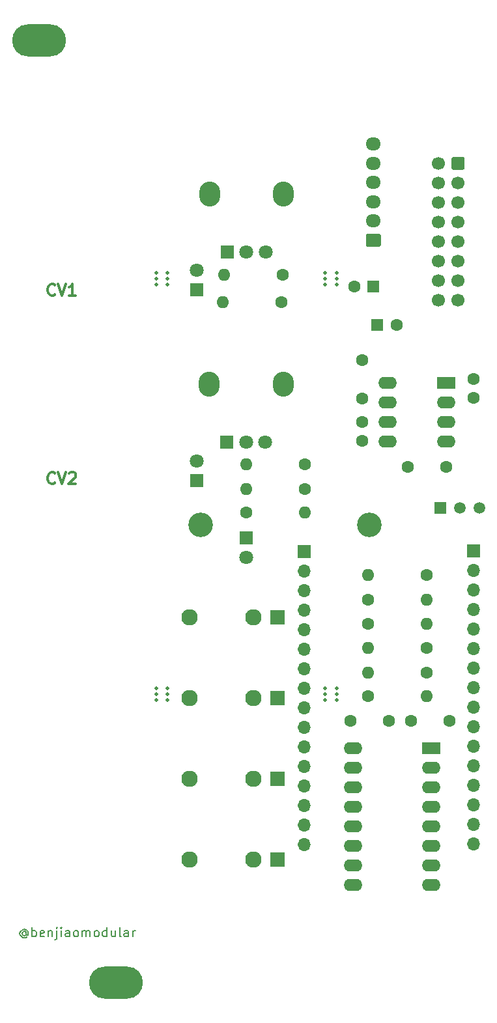
<source format=gbr>
%TF.GenerationSoftware,KiCad,Pcbnew,5.1.9+dfsg1-1~bpo10+1*%
%TF.CreationDate,2021-12-12T16:05:26+08:00*%
%TF.ProjectId,MiniVCA 1.0,4d696e69-5643-4412-9031-2e302e6b6963,rev?*%
%TF.SameCoordinates,Original*%
%TF.FileFunction,Soldermask,Top*%
%TF.FilePolarity,Negative*%
%FSLAX46Y46*%
G04 Gerber Fmt 4.6, Leading zero omitted, Abs format (unit mm)*
G04 Created by KiCad (PCBNEW 5.1.9+dfsg1-1~bpo10+1) date 2021-12-12 16:05:26*
%MOMM*%
%LPD*%
G01*
G04 APERTURE LIST*
%ADD10C,0.300000*%
%ADD11C,0.200000*%
%ADD12O,7.000000X4.200000*%
%ADD13C,0.500000*%
%ADD14O,1.600000X1.600000*%
%ADD15C,1.600000*%
%ADD16R,2.400000X1.600000*%
%ADD17O,2.400000X1.600000*%
%ADD18C,3.200000*%
%ADD19R,1.500000X1.500000*%
%ADD20C,1.500000*%
%ADD21R,1.600000X1.600000*%
%ADD22R,1.800000X1.800000*%
%ADD23C,1.800000*%
%ADD24R,1.830000X1.930000*%
%ADD25C,2.130000*%
%ADD26O,1.950000X1.700000*%
%ADD27C,1.700000*%
%ADD28O,2.720000X3.240000*%
%ADD29R,1.700000X1.700000*%
%ADD30O,1.700000X1.700000*%
G04 APERTURE END LIST*
D10*
X57107142Y-100535714D02*
X57035714Y-100607142D01*
X56821428Y-100678571D01*
X56678571Y-100678571D01*
X56464285Y-100607142D01*
X56321428Y-100464285D01*
X56250000Y-100321428D01*
X56178571Y-100035714D01*
X56178571Y-99821428D01*
X56250000Y-99535714D01*
X56321428Y-99392857D01*
X56464285Y-99250000D01*
X56678571Y-99178571D01*
X56821428Y-99178571D01*
X57035714Y-99250000D01*
X57107142Y-99321428D01*
X57535714Y-99178571D02*
X58035714Y-100678571D01*
X58535714Y-99178571D01*
X58964285Y-99321428D02*
X59035714Y-99250000D01*
X59178571Y-99178571D01*
X59535714Y-99178571D01*
X59678571Y-99250000D01*
X59750000Y-99321428D01*
X59821428Y-99464285D01*
X59821428Y-99607142D01*
X59750000Y-99821428D01*
X58892857Y-100678571D01*
X59821428Y-100678571D01*
X57107142Y-76035714D02*
X57035714Y-76107142D01*
X56821428Y-76178571D01*
X56678571Y-76178571D01*
X56464285Y-76107142D01*
X56321428Y-75964285D01*
X56250000Y-75821428D01*
X56178571Y-75535714D01*
X56178571Y-75321428D01*
X56250000Y-75035714D01*
X56321428Y-74892857D01*
X56464285Y-74750000D01*
X56678571Y-74678571D01*
X56821428Y-74678571D01*
X57035714Y-74750000D01*
X57107142Y-74821428D01*
X57535714Y-74678571D02*
X58035714Y-76178571D01*
X58535714Y-74678571D01*
X59821428Y-76178571D02*
X58964285Y-76178571D01*
X59392857Y-76178571D02*
X59392857Y-74678571D01*
X59250000Y-74892857D01*
X59107142Y-75035714D01*
X58964285Y-75107142D01*
D11*
X53342857Y-158971428D02*
X53285714Y-158914285D01*
X53171428Y-158857142D01*
X53057142Y-158857142D01*
X52942857Y-158914285D01*
X52885714Y-158971428D01*
X52828571Y-159085714D01*
X52828571Y-159200000D01*
X52885714Y-159314285D01*
X52942857Y-159371428D01*
X53057142Y-159428571D01*
X53171428Y-159428571D01*
X53285714Y-159371428D01*
X53342857Y-159314285D01*
X53342857Y-158857142D02*
X53342857Y-159314285D01*
X53400000Y-159371428D01*
X53457142Y-159371428D01*
X53571428Y-159314285D01*
X53628571Y-159200000D01*
X53628571Y-158914285D01*
X53514285Y-158742857D01*
X53342857Y-158628571D01*
X53114285Y-158571428D01*
X52885714Y-158628571D01*
X52714285Y-158742857D01*
X52600000Y-158914285D01*
X52542857Y-159142857D01*
X52600000Y-159371428D01*
X52714285Y-159542857D01*
X52885714Y-159657142D01*
X53114285Y-159714285D01*
X53342857Y-159657142D01*
X53514285Y-159542857D01*
X54142857Y-159542857D02*
X54142857Y-158342857D01*
X54142857Y-158800000D02*
X54257142Y-158742857D01*
X54485714Y-158742857D01*
X54600000Y-158800000D01*
X54657142Y-158857142D01*
X54714285Y-158971428D01*
X54714285Y-159314285D01*
X54657142Y-159428571D01*
X54600000Y-159485714D01*
X54485714Y-159542857D01*
X54257142Y-159542857D01*
X54142857Y-159485714D01*
X55685714Y-159485714D02*
X55571428Y-159542857D01*
X55342857Y-159542857D01*
X55228571Y-159485714D01*
X55171428Y-159371428D01*
X55171428Y-158914285D01*
X55228571Y-158800000D01*
X55342857Y-158742857D01*
X55571428Y-158742857D01*
X55685714Y-158800000D01*
X55742857Y-158914285D01*
X55742857Y-159028571D01*
X55171428Y-159142857D01*
X56257142Y-158742857D02*
X56257142Y-159542857D01*
X56257142Y-158857142D02*
X56314285Y-158800000D01*
X56428571Y-158742857D01*
X56600000Y-158742857D01*
X56714285Y-158800000D01*
X56771428Y-158914285D01*
X56771428Y-159542857D01*
X57342857Y-158742857D02*
X57342857Y-159771428D01*
X57285714Y-159885714D01*
X57171428Y-159942857D01*
X57114285Y-159942857D01*
X57342857Y-158342857D02*
X57285714Y-158400000D01*
X57342857Y-158457142D01*
X57400000Y-158400000D01*
X57342857Y-158342857D01*
X57342857Y-158457142D01*
X57914285Y-159542857D02*
X57914285Y-158742857D01*
X57914285Y-158342857D02*
X57857142Y-158400000D01*
X57914285Y-158457142D01*
X57971428Y-158400000D01*
X57914285Y-158342857D01*
X57914285Y-158457142D01*
X59000000Y-159542857D02*
X59000000Y-158914285D01*
X58942857Y-158800000D01*
X58828571Y-158742857D01*
X58600000Y-158742857D01*
X58485714Y-158800000D01*
X59000000Y-159485714D02*
X58885714Y-159542857D01*
X58600000Y-159542857D01*
X58485714Y-159485714D01*
X58428571Y-159371428D01*
X58428571Y-159257142D01*
X58485714Y-159142857D01*
X58600000Y-159085714D01*
X58885714Y-159085714D01*
X59000000Y-159028571D01*
X59742857Y-159542857D02*
X59628571Y-159485714D01*
X59571428Y-159428571D01*
X59514285Y-159314285D01*
X59514285Y-158971428D01*
X59571428Y-158857142D01*
X59628571Y-158800000D01*
X59742857Y-158742857D01*
X59914285Y-158742857D01*
X60028571Y-158800000D01*
X60085714Y-158857142D01*
X60142857Y-158971428D01*
X60142857Y-159314285D01*
X60085714Y-159428571D01*
X60028571Y-159485714D01*
X59914285Y-159542857D01*
X59742857Y-159542857D01*
X60657142Y-159542857D02*
X60657142Y-158742857D01*
X60657142Y-158857142D02*
X60714285Y-158800000D01*
X60828571Y-158742857D01*
X61000000Y-158742857D01*
X61114285Y-158800000D01*
X61171428Y-158914285D01*
X61171428Y-159542857D01*
X61171428Y-158914285D02*
X61228571Y-158800000D01*
X61342857Y-158742857D01*
X61514285Y-158742857D01*
X61628571Y-158800000D01*
X61685714Y-158914285D01*
X61685714Y-159542857D01*
X62428571Y-159542857D02*
X62314285Y-159485714D01*
X62257142Y-159428571D01*
X62200000Y-159314285D01*
X62200000Y-158971428D01*
X62257142Y-158857142D01*
X62314285Y-158800000D01*
X62428571Y-158742857D01*
X62600000Y-158742857D01*
X62714285Y-158800000D01*
X62771428Y-158857142D01*
X62828571Y-158971428D01*
X62828571Y-159314285D01*
X62771428Y-159428571D01*
X62714285Y-159485714D01*
X62600000Y-159542857D01*
X62428571Y-159542857D01*
X63857142Y-159542857D02*
X63857142Y-158342857D01*
X63857142Y-159485714D02*
X63742857Y-159542857D01*
X63514285Y-159542857D01*
X63400000Y-159485714D01*
X63342857Y-159428571D01*
X63285714Y-159314285D01*
X63285714Y-158971428D01*
X63342857Y-158857142D01*
X63400000Y-158800000D01*
X63514285Y-158742857D01*
X63742857Y-158742857D01*
X63857142Y-158800000D01*
X64942857Y-158742857D02*
X64942857Y-159542857D01*
X64428571Y-158742857D02*
X64428571Y-159371428D01*
X64485714Y-159485714D01*
X64600000Y-159542857D01*
X64771428Y-159542857D01*
X64885714Y-159485714D01*
X64942857Y-159428571D01*
X65685714Y-159542857D02*
X65571428Y-159485714D01*
X65514285Y-159371428D01*
X65514285Y-158342857D01*
X66657142Y-159542857D02*
X66657142Y-158914285D01*
X66600000Y-158800000D01*
X66485714Y-158742857D01*
X66257142Y-158742857D01*
X66142857Y-158800000D01*
X66657142Y-159485714D02*
X66542857Y-159542857D01*
X66257142Y-159542857D01*
X66142857Y-159485714D01*
X66085714Y-159371428D01*
X66085714Y-159257142D01*
X66142857Y-159142857D01*
X66257142Y-159085714D01*
X66542857Y-159085714D01*
X66657142Y-159028571D01*
X67228571Y-159542857D02*
X67228571Y-158742857D01*
X67228571Y-158971428D02*
X67285714Y-158857142D01*
X67342857Y-158800000D01*
X67457142Y-158742857D01*
X67571428Y-158742857D01*
D12*
%TO.C,REF\u002A\u002A*%
X65000000Y-165500000D03*
X55000000Y-43000000D03*
%TD*%
D13*
%TO.C,REF\u002A\u002A*%
X93750000Y-127250000D03*
X93750000Y-128750000D03*
X92250000Y-128750000D03*
X92250000Y-127250000D03*
X93750000Y-128000000D03*
X92250000Y-128000000D03*
%TD*%
%TO.C,REF\u002A\u002A*%
X93750000Y-73250000D03*
X93750000Y-74750000D03*
X92250000Y-74750000D03*
X92250000Y-73250000D03*
X93750000Y-74000000D03*
X92250000Y-74000000D03*
%TD*%
D14*
%TO.C,R10*%
X97780000Y-122000000D03*
D15*
X105400000Y-122000000D03*
%TD*%
D14*
%TO.C,R5*%
X105420000Y-128300000D03*
D15*
X97800000Y-128300000D03*
%TD*%
%TO.C,C6*%
X97000000Y-92600000D03*
X97000000Y-95100000D03*
%TD*%
D16*
%TO.C,U2*%
X108000000Y-87500000D03*
D17*
X100380000Y-95120000D03*
X108000000Y-90040000D03*
X100380000Y-92580000D03*
X108000000Y-92580000D03*
X100380000Y-90040000D03*
X108000000Y-95120000D03*
X100380000Y-87500000D03*
%TD*%
D18*
%TO.C,REF\u002A\u002A*%
X98000000Y-106000000D03*
%TD*%
%TO.C,REF\u002A\u002A*%
X76000000Y-106000000D03*
%TD*%
D13*
%TO.C,REF\u002A\u002A*%
X71750000Y-127250000D03*
X71750000Y-128750000D03*
X70250000Y-128750000D03*
X70250000Y-127250000D03*
X71750000Y-128000000D03*
X70250000Y-128000000D03*
%TD*%
%TO.C,REF\u002A\u002A*%
X71750000Y-73250000D03*
X71750000Y-74750000D03*
X70250000Y-74750000D03*
X70250000Y-73250000D03*
X71750000Y-74000000D03*
X70250000Y-74000000D03*
%TD*%
D19*
%TO.C,Q1*%
X107200000Y-103800000D03*
D20*
X112280000Y-103800000D03*
X109740000Y-103800000D03*
%TD*%
D15*
%TO.C,C1*%
X101500000Y-80000000D03*
D21*
X99000000Y-80000000D03*
%TD*%
%TO.C,C2*%
X98500000Y-75000000D03*
D15*
X96000000Y-75000000D03*
%TD*%
%TO.C,C3*%
X100500000Y-131500000D03*
X95500000Y-131500000D03*
%TD*%
%TO.C,C4*%
X108400000Y-131500000D03*
X103400000Y-131500000D03*
%TD*%
%TO.C,C5*%
X111500000Y-89500000D03*
X111500000Y-87000000D03*
%TD*%
%TO.C,C7*%
X97000000Y-84600000D03*
X97000000Y-89600000D03*
%TD*%
%TO.C,C8*%
X103000000Y-98500000D03*
X108000000Y-98500000D03*
%TD*%
D22*
%TO.C,D1*%
X75500000Y-75450000D03*
D23*
X75500000Y-72910000D03*
%TD*%
%TO.C,D2*%
X75500000Y-97710000D03*
D22*
X75500000Y-100250000D03*
%TD*%
D24*
%TO.C,J1*%
X86000000Y-118000000D03*
D25*
X82900000Y-118000000D03*
X74600000Y-118000000D03*
%TD*%
%TO.C,J2*%
X74600000Y-128500000D03*
X82900000Y-128500000D03*
D24*
X86000000Y-128500000D03*
%TD*%
%TO.C,J3*%
X86000000Y-139000000D03*
D25*
X82900000Y-139000000D03*
X74600000Y-139000000D03*
%TD*%
%TO.C,J4*%
X74600000Y-149500000D03*
X82900000Y-149500000D03*
D24*
X86000000Y-149500000D03*
%TD*%
%TO.C,J5*%
G36*
G01*
X99225000Y-69850000D02*
X97775000Y-69850000D01*
G75*
G02*
X97525000Y-69600000I0J250000D01*
G01*
X97525000Y-68400000D01*
G75*
G02*
X97775000Y-68150000I250000J0D01*
G01*
X99225000Y-68150000D01*
G75*
G02*
X99475000Y-68400000I0J-250000D01*
G01*
X99475000Y-69600000D01*
G75*
G02*
X99225000Y-69850000I-250000J0D01*
G01*
G37*
D26*
X98500000Y-66500000D03*
X98500000Y-64000000D03*
X98500000Y-61500000D03*
X98500000Y-59000000D03*
X98500000Y-56500000D03*
%TD*%
%TO.C,J6*%
G36*
G01*
X110350000Y-58400000D02*
X110350000Y-59600000D01*
G75*
G02*
X110100000Y-59850000I-250000J0D01*
G01*
X108900000Y-59850000D01*
G75*
G02*
X108650000Y-59600000I0J250000D01*
G01*
X108650000Y-58400000D01*
G75*
G02*
X108900000Y-58150000I250000J0D01*
G01*
X110100000Y-58150000D01*
G75*
G02*
X110350000Y-58400000I0J-250000D01*
G01*
G37*
D27*
X109500000Y-61540000D03*
X109500000Y-64080000D03*
X109500000Y-66620000D03*
X109500000Y-69160000D03*
X109500000Y-71700000D03*
X109500000Y-74240000D03*
X109500000Y-76780000D03*
X106960000Y-59000000D03*
X106960000Y-61540000D03*
X106960000Y-64080000D03*
X106960000Y-66620000D03*
X106960000Y-69160000D03*
X106960000Y-71700000D03*
X106960000Y-74240000D03*
X106960000Y-76780000D03*
%TD*%
D15*
%TO.C,R1*%
X86700000Y-73500000D03*
D14*
X79080000Y-73500000D03*
%TD*%
D15*
%TO.C,R2*%
X89600000Y-98100000D03*
D14*
X81980000Y-98100000D03*
%TD*%
D15*
%TO.C,R3*%
X89600000Y-101300000D03*
D14*
X81980000Y-101300000D03*
%TD*%
D15*
%TO.C,R4*%
X86500000Y-77000000D03*
D14*
X78880000Y-77000000D03*
%TD*%
%TO.C,R6*%
X105420000Y-118900000D03*
D15*
X97800000Y-118900000D03*
%TD*%
D14*
%TO.C,R7*%
X97780000Y-125200000D03*
D15*
X105400000Y-125200000D03*
%TD*%
%TO.C,R8*%
X105400000Y-112500000D03*
D14*
X97780000Y-112500000D03*
%TD*%
D15*
%TO.C,R9*%
X97800000Y-115700000D03*
D14*
X105420000Y-115700000D03*
%TD*%
D28*
%TO.C,RV1*%
X77200000Y-63000000D03*
X86800000Y-63000000D03*
D23*
X82000000Y-70500000D03*
X84500000Y-70500000D03*
D22*
X79500000Y-70500000D03*
%TD*%
%TO.C,RV2*%
X79450000Y-95250000D03*
D23*
X84450000Y-95250000D03*
X81950000Y-95250000D03*
D28*
X86750000Y-87750000D03*
X77150000Y-87750000D03*
%TD*%
D16*
%TO.C,U1*%
X106000000Y-135000000D03*
D17*
X95840000Y-152780000D03*
X106000000Y-137540000D03*
X95840000Y-150240000D03*
X106000000Y-140080000D03*
X95840000Y-147700000D03*
X106000000Y-142620000D03*
X95840000Y-145160000D03*
X106000000Y-145160000D03*
X95840000Y-142620000D03*
X106000000Y-147700000D03*
X95840000Y-140080000D03*
X106000000Y-150240000D03*
X95840000Y-137540000D03*
X106000000Y-152780000D03*
X95840000Y-135000000D03*
%TD*%
D22*
%TO.C,D3*%
X82000000Y-107700000D03*
D23*
X82000000Y-110240000D03*
%TD*%
D15*
%TO.C,R11*%
X82000000Y-104400000D03*
D14*
X89620000Y-104400000D03*
%TD*%
D29*
%TO.C,J7*%
X89500000Y-109500000D03*
D30*
X89500000Y-112040000D03*
X89500000Y-114580000D03*
X89500000Y-117120000D03*
X89500000Y-119660000D03*
X89500000Y-122200000D03*
X89500000Y-124740000D03*
X89500000Y-127280000D03*
X89500000Y-129820000D03*
X89500000Y-132360000D03*
X89500000Y-134900000D03*
X89500000Y-137440000D03*
X89500000Y-139980000D03*
X89500000Y-142520000D03*
X89500000Y-145060000D03*
X89500000Y-147600000D03*
%TD*%
D29*
%TO.C,J8*%
X111500000Y-109400000D03*
D30*
X111500000Y-111940000D03*
X111500000Y-114480000D03*
X111500000Y-117020000D03*
X111500000Y-119560000D03*
X111500000Y-122100000D03*
X111500000Y-124640000D03*
X111500000Y-127180000D03*
X111500000Y-129720000D03*
X111500000Y-132260000D03*
X111500000Y-134800000D03*
X111500000Y-137340000D03*
X111500000Y-139880000D03*
X111500000Y-142420000D03*
X111500000Y-144960000D03*
X111500000Y-147500000D03*
%TD*%
M02*

</source>
